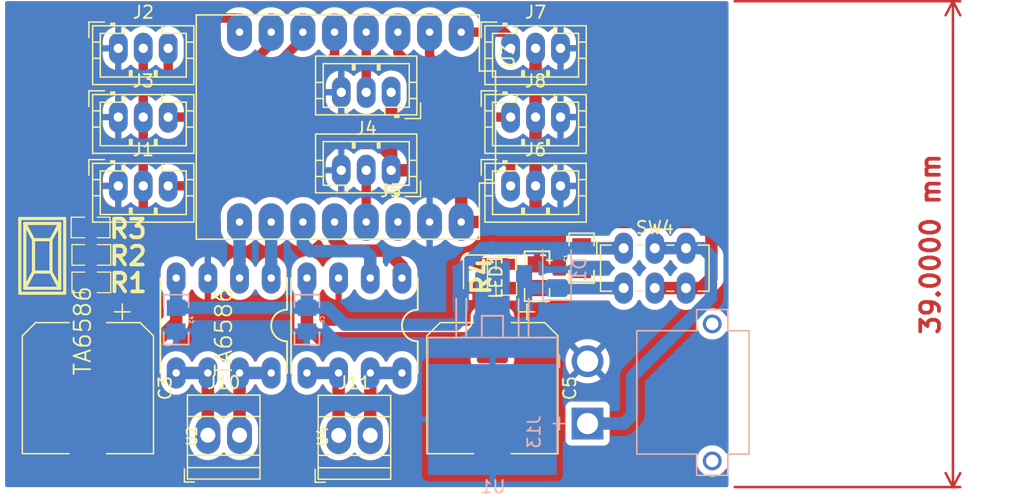
<source format=kicad_pcb>
(kicad_pcb (version 20240108) (generator "pcbnew") (generator_version "8.0")
  (layers (0 "F.Cu" signal) (31 "B.Cu" signal) (34 "B.Paste" user) (35 "F.Paste" user) (36 "B.SilkS" user "B.Silkscreen") (37 "F.SilkS" user "F.Silkscreen") (38 "B.Mask" user) (39 "F.Mask" user) (44 "Edge.Cuts" user))
  (net 0 "")
  (net 1 "VCC")
  (net 2 "GND")
  (net 3 "+5V")
  (net 4 "/JS40F-I")
  (net 5 "/JS40F-LI")
  (net 6 "/QRE-I")
  (net 7 "/JS40F-M")
  (net 8 "/QRE-M")
  (net 9 "/JS40F-D")
  (net 10 "/JS40F-LD")
  (net 11 "/QRE-D")
  (net 12 "/START")
  (net 13 "Net-(R2-Pad2)")
  (net 14 "/MI_A")
  (net 15 "/MI_B")
  (net 17 "/MD_A")
  (net 18 "/MD_B")
  (net 19 "Net-(U2-BO1)")
  (net 20 "Net-(U2-FO1)")
  (net 21 "Net-(U4-BO1)")
  (net 22 "Net-(U4-FO1)")
  (net 23 "/5V")
  (net 24 "Net-(J13-PadP)")
  (net 25 "Net-(LED1-A)")
  (footprint "EESTN5:R_0805" (layer "F.Cu") (at 127.18 49.0725 90)
    (property "Reference" "R4" (at 0 -2 90) (layer "F.SilkS") (effects (font (size 1.5 1.5) (thickness 0.3))))
    (property "Value" "R" (hide yes))
    (pad "1" smd rect (at -0.9525 0 90) (size 0.889 1.397) (layers "F.Cu" "F.Paste" "F.Mask") (net 23 "/5V"))
    (pad "2" smd rect (at 0.9525 0 90) (size 0.889 1.397) (layers "F.Cu" "F.Paste" "F.Mask") (net 25 "Net-(LED1-A)"))
  )
  (footprint "Capacitor_SMD:CP_Elec_10x10" (layer "F.Cu") (at 93.63 58.0575 -90)
    (property "Reference" "C3" (at 0 -6.2 90) (layer "F.SilkS"))
    (property "Value" "470uF")
    (pad "1" smd roundrect (at -4 0 270) (size 4 2.5) (layers "F.Cu" "F.Paste" "F.Mask") (roundrect_rratio 0.1) (net 1 "VCC"))
    (pad "2" smd roundrect (at 4 0 270) (size 4 2.5) (layers "F.Cu" "F.Paste" "F.Mask") (roundrect_rratio 0.1) (net 2 "GND"))
  )
  (footprint "Connector_JST:JST_PH_B3B-PH-K_1x03_P2.00mm_Vertical" (layer "F.Cu") (at 117.949998 34.31 180)
    (property "Reference" "J4" (at 2 -2.9 360) (layer "F.SilkS"))
    (property "Value" "JS40F-M")
    (pad "1" thru_hole oval (at 0 0 180) (size 1.5 2.5) (drill 0.75) (layers "*.Cu" "*.Mask") (net 3 "+5V"))
    (pad "2" thru_hole oval (at 2 0 180) (size 1.5 2.5) (drill 0.75) (layers "*.Cu" "*.Mask") (net 7 "/JS40F-M"))
    (pad "3" thru_hole oval (at 4 0 180) (size 1.5 2.5) (drill 0.75) (layers "*.Cu" "*.Mask") (net 2 "GND"))
  )
  (footprint "LED_SMD:LED_0805_2012Metric" (layer "F.Cu") (at 124.71 49.0575 -90)
    (property "Reference" "LED1" (at 0 -1.65 90) (layer "F.SilkS"))
    (property "Value" "LED")
    (pad "1" smd roundrect (at -0.9375 0 270) (size 0.975 1.4) (layers "F.Cu" "F.Paste" "F.Mask") (net 25 "Net-(LED1-A)"))
    (pad "2" smd roundrect (at 0.9375 0 270) (size 0.975 1.4) (layers "F.Cu" "F.Paste" "F.Mask") (net 2 "GND"))
  )
  (footprint "EESTN5:R_0805" (layer "F.Cu") (at 93.8775 47.365)
    (property "Reference" "R3" (at 2.9675 -2.0925 0) (layer "F.SilkS") (effects (font (size 1.5 1.5) (thickness 0.3))))
    (property "Value" "22k" (hide yes))
    (pad "1" smd rect (at -0.9525 0) (size 0.889 1.397) (layers "F.Cu" "F.Paste" "F.Mask") (net 13 "Net-(R2-Pad2)"))
    (pad "2" smd rect (at 0.9525 0) (size 0.889 1.397) (layers "F.Cu" "F.Paste" "F.Mask") (net 2 "GND"))
  )
  (footprint "Connector_JST:JST_PH_B3B-PH-K_1x03_P2.00mm_Vertical" (layer "F.Cu") (at 96.07 30.78)
    (property "Reference" "J2" (at 2 -2.9 360) (layer "F.SilkS"))
    (property "Value" "JS40F-LI")
    (pad "1" thru_hole oval (at 0 0) (size 1.5 2.5) (drill 0.75) (layers "*.Cu" "*.Mask") (net 2 "GND"))
    (pad "2" thru_hole oval (at 2 0) (size 1.5 2.5) (drill 0.75) (layers "*.Cu" "*.Mask") (net 3 "+5V"))
    (pad "3" thru_hole oval (at 4 0) (size 1.5 2.5) (drill 0.75) (layers "*.Cu" "*.Mask") (net 5 "/JS40F-LI"))
  )
  (footprint "EESTN5:TB 2.54mm" (layer "F.Cu") (at 103.249998 61.83375)
    (property "Reference" "J10" (at 1.27 -4.22 0) (layer "F.SilkS"))
    (property "Value" "MOTOR-I")
    (pad "1" thru_hole oval (at 0 0) (size 2 3) (drill 1.2) (layers "*.Cu" "*.Mask") (net 20 "Net-(U2-FO1)"))
    (pad "2" thru_hole oval (at 2.54 0) (size 2 3) (drill 1.2) (layers "*.Cu" "*.Mask") (net 19 "Net-(U2-BO1)"))
  )
  (footprint "Connector_JST:JST_PH_B3B-PH-K_1x03_P2.00mm_Vertical" (layer "F.Cu") (at 127.53 41.82)
    (property "Reference" "J6" (at 2 -2.9 0) (layer "F.SilkS"))
    (property "Value" "JS40F-D")
    (pad "1" thru_hole oval (at 0 0) (size 1.5 2.5) (drill 0.75) (layers "*.Cu" "*.Mask") (net 9 "/JS40F-D"))
    (pad "2" thru_hole oval (at 2 0) (size 1.5 2.5) (drill 0.75) (layers "*.Cu" "*.Mask") (net 3 "+5V"))
    (pad "3" thru_hole oval (at 4 0) (size 1.5 2.5) (drill 0.75) (layers "*.Cu" "*.Mask") (net 2 "GND"))
  )
  (footprint "Button_Switch_THT:SW_E-Switch_EG1271_SPDT" (layer "F.Cu") (at 136.5925 46.825)
    (property "Reference" "SW4" (at 2.5 -1.65 360) (layer "F.SilkS"))
    (property "Value" "SW_DIP_x03")
    (pad "1" thru_hole oval (at 0 0) (size 1.5 2.5) (drill 0.8) (layers "*.Cu" "*.Mask") (net 1 "VCC"))
    (pad "2" thru_hole oval (at 2.5 0) (size 1.5 2.5) (drill 0.8) (layers "*.Cu" "*.Mask") (net 24 "Net-(J13-PadP)"))
    (pad "3" thru_hole oval (at 5 0) (size 1.5 2.5) (drill 0.8) (layers "*.Cu" "*.Mask") (net 24 "Net-(J13-PadP)"))
    (pad "4" thru_hole oval (at 0 3.2) (size 1.5 2.5) (drill 0.8) (layers "*.Cu" "*.Mask") (net 23 "/5V"))
    (pad "5" thru_hole oval (at 2.5 3.2) (size 1.5 2.5) (drill 0.8) (layers "*.Cu" "*.Mask") (net 3 "+5V"))
    (pad "6" thru_hole oval (at 5 3.2) (size 1.5 2.5) (drill 0.8) (layers "*.Cu" "*.Mask") (net 3 "+5V"))
  )
  (footprint "EESTN5:MODULE_ESP32-C3_SUPERMINI" (layer "F.Cu") (at 113.669998 37.1 -90)
    (property "Reference" "U3" (at -5.715 -13.6525 90) (layer "F.SilkS"))
    (property "Value" "ESP32-C3_SUPERMINI_TH")
    (pad "0" thru_hole oval (at 7.62 7.88 270) (size 3 2) (drill 0.6) (layers "*.Cu" "*.Mask") (net 15 "/MI_B"))
    (pad "1" thru_hole oval (at 7.62 5.34 270) (size 3 2) (drill 0.6) (layers "*.Cu" "*.Mask") (net 14 "/MI_A"))
    (pad "2" thru_hole oval (at 7.62 2.8 270) (size 3 2) (drill 0.6) (layers "*.Cu" "*.Mask") (net 18 "/MD_B"))
    (pad "3" thru_hole oval (at 7.62 0.26 270) (size 3 2) (drill 0.6) (layers "*.Cu" "*.Mask") (net 17 "/MD_A"))
    (pad "3.3" thru_hole oval (at 7.62 -4.82 270) (size 3 2) (drill 0.6) (layers "*.Cu" "*.Mask"))
    (pad "4" thru_hole oval (at 7.62 -2.28 270) (size 3 2) (drill 0.6) (layers "*.Cu" "*.Mask") (net 8 "/QRE-M"))
    (pad "5" thru_hole oval (at -7.62 -9.9 270) (size 3 2) (drill 0.6) (layers "*.Cu" "*.Mask") (net 10 "/JS40F-LD"))
    (pad "5V" thru_hole oval (at 7.62 -9.9 270) (size 3 2) (drill 0.6) (layers "*.Cu" "*.Mask") (net 3 "+5V"))
    (pad "6" thru_hole oval (at -7.62 -7.36 270) (size 3 2) (drill 0.6) (layers "*.Cu" "*.Mask") (net 11 "/QRE-D"))
    (pad "7" thru_hole oval (at -7.62 -4.82 270) (size 3 2) (drill 0.6) (layers "*.Cu" "*.Mask") (net 9 "/JS40F-D"))
    (pad "8" thru_hole oval (at -7.62 -2.28 270) (size 3 2) (drill 0.6) (layers "*.Cu" "*.Mask") (net 7 "/JS40F-M"))
    (pad "9" thru_hole oval (at -7.62 0.26 270) (size 3 2) (drill 0.6) (layers "*.Cu" "*.Mask") (net 4 "/JS40F-I"))
    (pad "10" thru_hole oval (at -7.62 2.8 270) (size 3 2) (drill 0.6) (layers "*.Cu" "*.Mask") (net 6 "/QRE-I"))
    (pad "20" thru_hole oval (at -7.62 5.34 270) (size 3 2) (drill 0.6) (layers "*.Cu" "*.Mask") (net 5 "/JS40F-LI"))
    (pad "21" thru_hole oval (at -7.62 7.88 270) (size 3 2) (drill 0.6) (layers "*.Cu" "*.Mask") (net 12 "/START"))
    (pad "G" thru_hole oval (at 7.62 -7.36 270) (size 3 2) (drill 0.6) (layers "*.Cu" "*.Mask") (net 2 "GND"))
  )
  (footprint "Connector_JST:JST_PH_B3B-PH-K_1x03_P2.00mm_Vertical" (layer "F.Cu") (at 117.949998 40.57 180)
    (property "Reference" "J5" (at 0.025 -1.65 0) (layer "F.SilkS"))
    (property "Value" "QRE-M")
    (pad "1" thru_hole oval (at 0 0 180) (size 1.5 2.5) (drill 0.75) (layers "*.Cu" "*.Mask") (net 3 "+5V"))
    (pad "2" thru_hole oval (at 2 0 180) (size 1.5 2.5) (drill 0.75) (layers "*.Cu" "*.Mask") (net 8 "/QRE-M"))
    (pad "3" thru_hole oval (at 4 0 180) (size 1.5 2.5) (drill 0.75) (layers "*.Cu" "*.Mask") (net 2 "GND"))
  )
  (footprint "EESTN5:Pulsador_SMD_2_BAJO" (layer "F.Cu") (at 89.96925 47.44 -90)
    (property "Reference" "SW2" (hide yes))
    (property "Value" "SW_Push" (hide yes))
    (pad "1" smd rect (at -3.59918 0 270) (size 1.00076 1.00076) (layers "F.Cu" "F.Paste" "F.Mask") (net 13 "Net-(R2-Pad2)"))
    (pad "2" smd rect (at 3.59918 0 270) (size 1.00076 1.00076) (layers "F.Cu" "F.Paste" "F.Mask") (net 12 "/START"))
  )
  (footprint "EESTN5:R_0805" (layer "F.Cu") (at 93.8775 45.16 180)
    (property "Reference" "R2" (at -2.9775 -2.2925 360) (layer "F.SilkS") (effects (font (size 1.5 1.5) (thickness 0.3))))
    (property "Value" "10K" (hide yes))
    (pad "1" smd rect (at -0.9525 0 180) (size 0.889 1.397) (layers "F.Cu" "F.Paste" "F.Mask") (net 3 "+5V"))
    (pad "2" smd rect (at 0.9525 0 180) (size 0.889 1.397) (layers "F.Cu" "F.Paste" "F.Mask") (net 13 "Net-(R2-Pad2)"))
  )
  (footprint "EESTN5:R_0805" (layer "F.Cu") (at 93.8775 49.57)
    (property "Reference" "R1" (at 2.9875 0.0425 360) (layer "F.SilkS") (effects (font (size 1.5 1.5) (thickness 0.3))))
    (property "Value" "1K" (hide yes))
    (pad "1" smd rect (at -0.9525 0) (size 0.889 1.397) (layers "F.Cu" "F.Paste" "F.Mask") (net 12 "/START"))
    (pad "2" smd rect (at 0.9525 0) (size 0.889 1.397) (layers "F.Cu" "F.Paste" "F.Mask") (net 2 "GND"))
  )
  (footprint "EESTN5:TA6586-FOOTPRINT" (layer "F.Cu") (at 112.465 61.92 -90)
    (property "Reference" "U4" (at 0 0 90) (layer "F.SilkS") (effects (font (size 0.787402 0.787402))))
    (property "Value" "TA6586")
    (fp_text user "TA6586 " (at -8.968 19.26 90) (layer "F.SilkS") (effects (font (size 1.32 1.32))))
    (pad "1" thru_hole oval (at -12.7 -6.35 270) (size 2.5 1.5) (drill 0.6) (layers "*.Cu" "*.Mask") (net 17 "/MD_A"))
    (pad "2" thru_hole oval (at -12.7 -3.81 270) (size 2.5 1.5) (drill 0.6) (layers "*.Cu" "*.Mask") (net 18 "/MD_B"))
    (pad "3" thru_hole oval (at -12.7 -1.27 270) (size 2.5 1.5) (drill 0.6) (layers "*.Cu" "*.Mask") (net 2 "GND"))
    (pad "4" thru_hole oval (at -12.7 1.27 270) (size 2.5 1.5) (drill 0.6) (layers "*.Cu" "*.Mask") (net 1 "VCC"))
    (pad "5" thru_hole oval (at -5.08 1.27 270) (size 2.5 1.5) (drill 0.6) (layers "*.Cu" "*.Mask") (net 22 "Net-(U4-FO1)"))
    (pad "6" thru_hole oval (at -5.08 -1.27 270) (size 2.5 1.5) (drill 0.6) (layers "*.Cu" "*.Mask") (net 22 "Net-(U4-FO1)"))
    (pad "7" thru_hole oval (at -5.08 -3.81 270) (size 2.5 1.5) (drill 0.6) (layers "*.Cu" "*.Mask") (net 21 "Net-(U4-BO1)"))
    (pad "8" thru_hole oval (at -5.08 -6.35 270) (size 2.5 1.5) (drill 0.6) (layers "*.Cu" "*.Mask") (net 21 "Net-(U4-BO1)"))
  )
  (footprint "Connector_JST:JST_PH_B3B-PH-K_1x03_P2.00mm_Vertical" (layer "F.Cu") (at 96.07 36.3)
    (property "Reference" "J3" (at 2 -2.9 360) (layer "F.SilkS"))
    (property "Value" "QRE-I")
    (pad "1" thru_hole oval (at 0 0) (size 1.5 2.5) (drill 0.75) (layers "*.Cu" "*.Mask") (net 2 "GND"))
    (pad "2" thru_hole oval (at 2 0) (size 1.5 2.5) (drill 0.75) (layers "*.Cu" "*.Mask") (net 3 "+5V"))
    (pad "3" thru_hole oval (at 4 0) (size 1.5 2.5) (drill 0.75) (layers "*.Cu" "*.Mask") (net 6 "/QRE-I"))
  )
  (footprint "Connector_JST:JST_PH_B3B-PH-K_1x03_P2.00mm_Vertical" (layer "F.Cu") (at 96.07 41.82)
    (property "Reference" "J1" (at 2 -2.9 360) (layer "F.SilkS"))
    (property "Value" "JS40F-I")
    (pad "1" thru_hole oval (at 0 0) (size 1.5 2.5) (drill 0.75) (layers "*.Cu" "*.Mask") (net 2 "GND"))
    (pad "2" thru_hole oval (at 2 0) (size 1.5 2.5) (drill 0.75) (layers "*.Cu" "*.Mask") (net 3 "+5V"))
    (pad "3" thru_hole oval (at 4 0) (size 1.5 2.5) (drill 0.75) (layers "*.Cu" "*.Mask") (net 4 "/JS40F-I"))
  )
  (footprint "EESTN5:C_0805" (layer "F.Cu") (at 133.22 47.62 90)
    (property "Reference" "C1" (at 0 -1.25 90) (layer "F.SilkS") (effects (font (size 0.29972 0.29972) (thickness 0.06096))))
    (property "Value" "330nF" (hide yes))
    (pad "1" smd rect (at 0.9525 0 90) (size 1.30048 1.4986) (layers "F.Cu" "F.Paste" "F.Mask") (net 1 "VCC"))
    (pad "2" smd rect (at -0.9525 0 90) (size 1.30048 1.4986) (layers "F.Cu" "F.Paste" "F.Mask") (net 2 "GND"))
  )
  (footprint "Connector_JST:JST_PH_B3B-PH-K_1x03_P2.00mm_Vertical" (layer "F.Cu") (at 127.53 30.78)
    (property "Reference" "J7" (at 2 -2.9 0) (layer "F.SilkS"))
    (property "Value" "JS40F-LD")
    (pad "1" thru_hole oval (at 0 0) (size 1.5 2.5) (drill 0.75) (layers "*.Cu" "*.Mask") (net 10 "/JS40F-LD"))
    (pad "2" thru_hole oval (at 2 0) (size 1.5 2.5) (drill 0.75) (layers "*.Cu" "*.Mask") (net 3 "+5V"))
    (pad "3" thru_hole oval (at 4 0) (size 1.5 2.5) (drill 0.75) (layers "*.Cu" "*.Mask") (net 2 "GND"))
  )
  (footprint "Connector_JST:JST_PH_B3B-PH-K_1x03_P2.00mm_Vertical" (layer "F.Cu") (at 127.53 36.3)
    (property "Reference" "J8" (at 2 -2.9 0) (layer "F.SilkS"))
    (property "Value" "QRE-D")
    (pad "1" thru_hole oval (at 0 0) (size 1.5 2.5) (drill 0.75) (layers "*.Cu" "*.Mask") (net 11 "/QRE-D"))
    (pad "2" thru_hole oval (at 2 0) (size 1.5 2.5) (drill 0.75) (layers "*.Cu" "*.Mask") (net 3 "+5V"))
    (pad "3" thru_hole oval (at 4 0) (size 1.5 2.5) (drill 0.75) (layers "*.Cu" "*.Mask") (net 2 "GND"))
  )
  (footprint "EESTN5:TB 2.54mm" (layer "F.Cu") (at 113.735 61.85)
    (property "Reference" "J11" (at 1.27 -4.22 0) (layer "F.SilkS"))
    (property "Value" "MOTOR-D")
    (pad "1" thru_hole oval (at 0 0) (size 2 3) (drill 1.2) (layers "*.Cu" "*.Mask") (net 22 "Net-(U4-FO1)"))
    (pad "2" thru_hole oval (at 2.54 0) (size 2 3) (drill 1.2) (layers "*.Cu" "*.Mask") (net 21 "Net-(U4-BO1)"))
  )
  (footprint "EESTN5:C_0805" (layer "F.Cu") (at 129.65 49.0725 -90)
    (property "Reference" "C2" (hide yes))
    (property "Value" "100nF" (hide yes))
    (pad "1" smd rect (at 0.9525 0 270) (size 1.30048 1.4986) (layers "F.Cu" "F.Paste" "F.Mask") (net 23 "/5V"))
    (pad "2" smd rect (at -0.9525 0 270) (size 1.30048 1.4986) (layers "F.Cu" "F.Paste" "F.Mask") (net 2 "GND"))
  )
  (footprint "Capacitor_SMD:CP_Elec_10x10" (layer "F.Cu") (at 126.07 58.0575 -90)
    (property "Reference" "C5" (at 0 -6.2 90) (layer "F.SilkS"))
    (property "Value" "470uF")
    (pad "1" smd roundrect (at -4 0 270) (size 4 2.5) (layers "F.Cu" "F.Paste" "F.Mask") (roundrect_rratio 0.1) (net 1 "VCC"))
    (pad "2" smd roundrect (at 4 0 270) (size 4 2.5) (layers "F.Cu" "F.Paste" "F.Mask") (roundrect_rratio 0.1) (net 2 "GND"))
  )
  (footprint "EESTN5:TA6586-FOOTPRINT" (layer "F.Cu") (at 101.979998 61.92 -90)
    (property "Reference" "U2" (at 0 0 90) (layer "F.SilkS") (effects (font (size 0.787402 0.787402))))
    (property "Value" "TA6586")
    (fp_text user "TA6586 " (at -8.89 -2.54 90) (layer "F.SilkS") (effects (font (size 1.32 1.32))))
    (pad "1" thru_hole oval (at -12.7 -6.35 270) (size 2.5 1.5) (drill 0.6) (layers "*.Cu" "*.Mask") (net 14 "/MI_A"))
    (pad "2" thru_hole oval (at -12.7 -3.81 270) (size 2.5 1.5) (drill 0.6) (layers "*.Cu" "*.Mask") (net 15 "/MI_B"))
    (pad "3" thru_hole oval (at -12.7 -1.27 270) (size 2.5 1.5) (drill 0.6) (layers "*.Cu" "*.Mask") (net 2 "GND"))
    (pad "4" thru_hole oval (at -12.7 1.27 270) (size 2.5 1.5) (drill 0.6) (layers "*.Cu" "*.Mask") (net 1 "VCC"))
    (pad "5" thru_hole oval (at -5.08 1.27 270) (size 2.5 1.5) (drill 0.6) (layers "*.Cu" "*.Mask") (net 20 "Net-(U2-FO1)"))
    (pad "6" thru_hole oval (at -5.08 -1.27 270) (size 2.5 1.5) (drill 0.6) (layers "*.Cu" "*.Mask") (net 20 "Net-(U2-FO1)"))
    (pad "7" thru_hole oval (at -5.08 -3.81 270) (size 2.5 1.5) (drill 0.6) (layers "*.Cu" "*.Mask") (net 19 "Net-(U2-BO1)"))
    (pad "8" thru_hole oval (at -5.08 -6.35 270) (size 2.5 1.5) (drill 0.6) (layers "*.Cu" "*.Mask") (net 19 "Net-(U2-BO1)"))
  )
  (footprint "EESTN5:D2PAK" (layer "B.Cu") (at 126.07 58.675)
    (property "Reference" "U1" (at 0.0475 7.3 0) (layer "B.SilkS") (effects (justify mirror)))
    (property "Value" "L7805" (hide yes))
    (pad "1" smd rect (at -2.54 -8.65) (size 1.3 3.7) (layers "B.Cu" "B.Paste" "B.Mask") (net 1 "VCC"))
    (pad "2" smd rect (at 0 1.9) (size 10.3 8.9) (layers "B.Cu" "B.Paste" "B.Mask") (net 2 "GND"))
    (pad "3" smd rect (at 2.54 -8.65) (size 1.3 3.7) (layers "B.Cu" "B.Paste" "B.Mask") (net 23 "/5V"))
  )
  (footprint "EESTN5:C_0805" (layer "B.Cu") (at 100.709998 52.56 90)
    (property "Reference" "C4" (at 0 1.25 90) (layer "F.SilkS") (effects (font (size 0.29972 0.29972) (thickness 0.06096))))
    (property "Value" "100nF" (hide yes))
    (pad "1" smd rect (at 0.9525 0 90) (size 1.30048 1.4986) (layers "B.Cu" "B.Paste" "B.Mask") (net 1 "VCC"))
    (pad "2" smd rect (at -0.9525 0 90) (size 1.30048 1.4986) (layers "B.Cu" "B.Paste" "B.Mask") (net 2 "GND"))
  )
  (footprint "EESTN5:C_0805" (layer "B.Cu") (at 111.195 52.56 90)
    (property "Reference" "C6" (at 0 1.25 90) (layer "B.SilkS") (effects (font (size 0.29972 0.29972) (thickness 0.06096)) (justify mirror)))
    (property "Value" "100nF" (hide yes))
    (pad "1" smd rect (at 0.9525 0 90) (size 1.30048 1.4986) (layers "B.Cu" "B.Paste" "B.Mask") (net 1 "VCC"))
    (pad "2" smd rect (at -0.9525 0 90) (size 1.30048 1.4986) (layers "B.Cu" "B.Paste" "B.Mask") (net 2 "GND"))
  )
  (footprint "Diode_SMD:D_1206_3216Metric_Pad1.42x1.75mm_HandSolder" (layer "B.Cu") (at 131.24 48.5375 90)
    (property "Reference" "D1" (at 0 1.82 90) (layer "B.SilkS") (effects (justify mirror)))
    (property "Value" "DIODE")
    (pad "1" smd roundrect (at -1.4875 0 90) (size 1.425 1.75) (layers "B.Cu" "B.Paste" "B.Mask") (roundrect_rratio 0.175439) (net 23 "/5V"))
    (pad "2" smd roundrect (at 1.4875 0 90) (size 1.425 1.75) (layers "B.Cu" "B.Paste" "B.Mask") (roundrect_rratio 0.175439) (net 1 "VCC"))
  )
  (footprint "EESTN5:AMASS_XT30PW-M" (layer "B.Cu") (at 143.7 58.4 90)
    (property "Reference" "J13" (at -3.175 -14.2875 90) (layer "B.SilkS") (effects (justify mirror)))
    (property "Value" "XT30PW-M")
    (pad "N" thru_hole circle (at 2.5 -10 90) (size 2.55 2.55) (drill 1.7) (layers "*.Cu" "*.Mask") (net 2 "GND"))
    (pad "P" thru_hole rect (at -2.5 -10 90) (size 2.55 2.55) (drill 1.7) (layers "*.Cu" "*.Mask") (net 24 "Net-(J13-PadP)"))
    (pad "S1" thru_hole circle (at 5.5 0 90) (size 1.508 1.508) (drill 1) (layers "*.Cu" "*.Mask"))
    (pad "S2" thru_hole circle (at -5.5 0 90) (size 1.508 1.508) (drill 1) (layers "*.Cu" "*.Mask"))
  )
  (dimension (type aligned) (layer "F.Cu") (pts (xy 145 66) (xy 145 27)) (height 18) (gr_text "39,0000 mm" (at 161.2 46.5 90) (layer "F.Cu") (effects (font (size 1.5 1.5) (thickness 0.3)))) (format (prefix "") (suffix "") (units 3) (units_format 1) (precision 4)) (style (thickness 0.2) (arrow_length 1.27) (text_position_mode 0) (extension_height 0.58642) (extension_offset 0.5) keep_text_aligned))
  (segment (start 111.195 49.22) (end 111.195 53.035) (width 1) (layer "F.Cu") (net 1))
  (segment (start 133.3775 46.825) (end 133.22 46.6675) (width 1) (layer "F.Cu") (net 1))
  (segment (start 111.195 53.035) (end 112.2175 54.0575) (width 1) (layer "F.Cu") (net 1))
  (segment (start 99.4025 54.0575) (end 93.63 54.0575) (width 1) (layer "F.Cu") (net 1))
  (segment (start 100.709998 52.750002) (end 99.4025 54.0575) (width 1) (layer "F.Cu") (net 1))
  (segment (start 112.2175 54.0575) (end 126.07 54.0575) (width 1) (layer "F.Cu") (net 1))
  (segment (start 100.709998 49.22) (end 100.709998 52.750002) (width 1) (layer "F.Cu") (net 1))
  (segment (start 136.5925 46.825) (end 133.3775 46.825) (width 1) (layer "F.Cu") (net 1))
  (segment (start 126 46.755) (end 126.07 46.825) (width 1) (layer "B.Cu") (net 1))
  (segment (start 111.195 51.6075) (end 112.8775 51.6075) (width 1) (layer "B.Cu") (net 1))
  (segment (start 111.195 49.22) (end 111.195 51.6075) (width 1) (layer "B.Cu") (net 1))
  (segment (start 123.53 48.57) (end 125.275 46.825) (width 1) (layer "B.Cu") (net 1))
  (segment (start 114.23 52.96) (end 123.12 52.96) (width 1) (layer "B.Cu") (net 1))
  (segment (start 125.275 46.825) (end 126.07 46.825) (width 1) (layer "B.Cu") (net 1))
  (segment (start 100.709998 49.22) (end 100.709998 51.6075) (width 1) (layer "B.Cu") (net 1))
  (segment (start 123.53 52.55) (end 123.53 50.025) (width 1) (layer "B.Cu") (net 1))
  (segment (start 112.8775 51.6075) (end 114.23 52.96) (width 1) (layer "B.Cu") (net 1))
  (segment (start 126.07 46.825) (end 136.5925 46.825) (width 1) (layer "B.Cu") (net 1))
  (segment (start 123.53 50.025) (end 123.53 48.57) (width 1) (layer "B.Cu") (net 1))
  (segment (start 111.195 51.6075) (end 100.709998 51.6075) (width 1) (layer "B.Cu") (net 1))
  (segment (start 123.12 52.96) (end 123.53 52.55) (width 1) (layer "B.Cu") (net 1))
  (segment (start 112 39.81) (end 113.31 38.5) (width 0.75) (layer "F.Cu") (net 3))
  (segment (start 139.0925 50.025) (end 141.5925 50.025) (width 1) (layer "F.Cu") (net 3))
  (segment (start 98.07 41.82) (end 98.07 43.82) (width 0.75) (layer "F.Cu") (net 3))
  (segment (start 128.94 44.72) (end 123.569998 44.72) (width 1) (layer "F.Cu") (net 3))
  (segment (start 142.805 50.025) (end 143.63 49.2) (width 1) (layer "F.Cu") (net 3))
  (segment (start 97.09 45.16) (end 94.83 45.16) (width 0.75) (layer "F.Cu") (net 3))
  (segment (start 98.07 44.18) (end 97.09 45.16) (width 0.75) (layer "F.Cu") (net 3))
  (segment (start 143.63 49.2) (end 143.63 45.66) (width 1) (layer "F.Cu") (net 3))
  (segment (start 116.87 38.5) (end 117.949998 39.579998) (width 0.75) (layer "F.Cu") (net 3))
  (segment (start 113.31 38.5) (end 116.87 38.5) (width 0.75) (layer "F.Cu") (net 3))
  (segment (start 112 41.32) (end 112 39.81) (width 0.75) (layer "F.Cu") (net 3))
  (segment (start 142.69 44.72) (end 127.76 44.72) (width 1) (layer "F.Cu") (net 3))
  (segment (start 123.569998 44.72) (end 123.569998 41.179998) (width 1) (layer "F.Cu") (net 3))
  (segment (start 141.5925 50.025) (end 142.805 50.025) (width 1) (layer "F.Cu") (net 3))
  (segment (start 98.07 43.82) (end 98.95 44.7) (width 0.75) (layer "F.Cu") (net 3))
  (segment (start 129.53 44.13) (end 128.94 44.72) (width 1) (layer "F.Cu") (net 3))
  (segment (start 122.96 40.57) (end 117.949998 40.57) (width 1) (layer "F.Cu") (net 3))
  (segment (start 129.53 30.78) (end 129.53 41.82) (width 1) (layer "F.Cu") (net 3))
  (segment (start 98.07 30.78) (end 98.07 41.82) (width 0.75) (layer "F.Cu") (net 3))
  (segment (start 117.949998 39.579998) (end 117.949998 40.57) (width 0.75) (layer "F.Cu") (net 3))
  (segment (start 105.17 42.22) (end 111.1 42.22) (width 0.75) (layer "F.Cu") (net 3))
  (segment (start 117.949998 40.57) (end 117.949998 34.31) (width 1) (layer "F.Cu") (net 3))
  (segment (start 143.63 45.66) (end 142.69 44.72) (width 1) (layer "F.Cu") (net 3))
  (segment (start 129.53 41.82) (end 129.53 44.13) (width 1) (layer "F.Cu") (net 3))
  (segment (start 111.1 42.22) (end 112 41.32) (width 0.75) (layer "F.Cu") (net 3))
  (segment (start 98.95 44.7) (end 102.69 44.7) (width 0.75) (layer "F.Cu") (net 3))
  (segment (start 123.569998 41.179998) (end 122.96 40.57) (width 1) (layer "F.Cu") (net 3))
  (segment (start 98.07 41.82) (end 98.07 44.18) (width 0.75) (layer "F.Cu") (net 3))
  (segment (start 102.69 44.7) (end 105.17 42.22) (width 0.75) (layer "F.Cu") (net 3))
  (segment (start 102.97 41.82) (end 100.07 41.82) (width 0.75) (layer "F.Cu") (net 4))
  (segment (start 113.409998 29.48) (end 113.409998 31.380002) (width 0.75) (layer "F.Cu") (net 4))
  (segment (start 113.409998 31.380002) (end 102.97 41.82) (width 0.75) (layer "F.Cu") (net 4))
  (segment (start 108.329998 29.48) (end 108.329998 30.410002) (width 0.75) (layer "F.Cu") (net 5))
  (segment (start 105.28 33.46) (end 100.62 33.46) (width 0.75) (layer "F.Cu") (net 5))
  (segment (start 100.07 32.91) (end 100.07 30.78) (width 0.75) (layer "F.Cu") (net 5))
  (segment (start 100.62 33.46) (end 100.07 32.91) (width 0.75) (layer "F.Cu") (net 5))
  (segment (start 108.329998 30.410002) (end 105.28 33.46) (width 0.75) (layer "F.Cu") (net 5))
  (segment (start 100.07 36.3) (end 104.549998 36.3) (width 0.75) (layer "F.Cu") (net 6))
  (segment (start 110.869998 29.98) (end 110.869998 29.48) (width 0.75) (layer "F.Cu") (net 6))
  (segment (start 104.549998 36.3) (end 110.869998 29.98) (width 0.75) (layer "F.Cu") (net 6))
  (segment (start 115.949998 29.48) (end 115.949998 34.31) (width 0.75) (layer "F.Cu") (net 7))
  (segment (start 115.949998 44.72) (end 115.949998 40.57) (width 0.75) (layer "F.Cu") (net 8))
  (segment (start 127.53 40.16) (end 118.489998 31.119998) (width 0.75) (layer "F.Cu") (net 9))
  (segment (start 118.489998 31.119998) (end 118.489998 29.48) (width 0.75) (layer "F.Cu") (net 9))
  (segment (start 127.53 41.82) (end 127.53 40.16) (width 0.75) (layer "F.Cu") (net 9))
  (segment (start 123.569998 29.48) (end 127.04 29.48) (width 0.75) (layer "F.Cu") (net 10))
  (segment (start 127.53 29.97) (end 127.53 30.78) (width 0.75) (layer "F.Cu") (net 10))
  (segment (start 127.04 29.48) (end 127.53 29.97) (width 0.75) (layer "F.Cu") (net 10))
  (segment (start 121.029998 31.469998) (end 121.029998 29.48) (width 0.75) (layer "F.Cu") (net 11))
  (segment (start 127.53 36.3) (end 125.86 36.3) (width 0.75) (layer "F.Cu") (net 11))
  (segment (start 125.86 36.3) (end 121.029998 31.469998) (width 0.75) (layer "F.Cu") (net 11))
  (segment (start 92.25007 51.03918) (end 89.96925 51.03918) (width 0.75) (layer "F.Cu") (net 12))
  (segment (start 92.925 49.57) (end 92.925 50.36425) (width 0.75) (layer "F.Cu") (net 12))
  (segment (start 94.05 37.42) (end 88.37 43.1) (width 0.75) (layer "F.Cu") (net 12))
  (segment (start 105.789998 29.48) (end 105.789998 28.609998) (width 0.75) (layer "F.Cu") (net 12))
  (segment (start 88.37 50.19) (end 89.21918 51.03918) (width 0.75) (layer "F.Cu") (net 12))
  (segment (start 92.925 50.36425) (end 92.25007 51.03918) (width 0.75) (layer "F.Cu") (net 12))
  (segment (start 89.21918 51.03918) (end 89.96925 51.03918) (width 0.75) (layer "F.Cu") (net 12))
  (segment (start 105.53 28.35) (end 95.43 28.35) (width 0.75) (layer "F.Cu") (net 12))
  (segment (start 95.43 28.35) (end 94.05 29.73) (width 0.75) (layer "F.Cu") (net 12))
  (segment (start 94.05 29.73) (end 94.05 37.42) (width 0.75) (layer "F.Cu") (net 12))
  (segment (start 88.37 43.1) (end 88.37 50.19) (width 0.75) (layer "F.Cu") (net 12))
  (segment (start 105.789998 28.609998) (end 105.53 28.35) (width 0.75) (layer "F.Cu") (net 12))
  (segment (start 92.925 44.37575) (end 92.925 45.16) (width 0.75) (layer "F.Cu") (net 13))
  (segment (start 89.96925 43.84082) (end 92.39007 43.84082) (width 0.75) (layer "F.Cu") (net 13))
  (segment (start 92.925 47.365) (end 92.925 45.16) (width 0.75) (layer "F.Cu") (net 13))
  (segment (start 92.39007 43.84082) (end 92.925 44.37575) (width 0.75) (layer "F.Cu") (net 13))
  (segment (start 108.329998 49.22) (end 108.329998 44.72) (width 1) (layer "B.Cu") (net 14))
  (segment (start 105.789998 49.22) (end 105.789998 44.72) (width 1) (layer "B.Cu") (net 15))
  (segment (start 113.409998 46.129998) (end 113.409998 44.72) (width 1) (layer "F.Cu") (net 17))
  (segment (start 117.56 47.02) (end 114.3 47.02) (width 1) (layer "F.Cu") (net 17))
  (segment (start 118.815 48.275) (end 117.56 47.02) (width 1) (layer "F.Cu") (net 17))
  (segment (start 114.3 47.02) (end 113.409998 46.129998) (width 1) (layer "F.Cu") (net 17))
  (segment (start 118.815 49.22) (end 118.815 48.275) (width 1) (layer "F.Cu") (net 17))
  (segment (start 116.275 47.475) (end 115.86 47.06) (width 1) (layer "B.Cu") (net 18))
  (segment (start 116.275 49.22) (end 116.275 47.475) (width 1) (layer "B.Cu") (net 18))
  (segment (start 115.86 47.06) (end 111.45 47.06) (width 1) (layer "B.Cu") (net 18))
  (segment (start 110.869998 46.479998) (end 110.869998 44.72) (width 1) (layer "B.Cu") (net 18))
  (segment (start 111.45 47.06) (end 110.869998 46.479998) (width 1) (layer "B.Cu") (net 18))
  (segment (start 105.789998 56.84) (end 105.789998 61.83375) (width 1) (layer "F.Cu") (net 19))
  (segment (start 105.789998 56.84) (end 108.329998 56.84) (width 1) (layer "B.Cu") (net 19))
  (segment (start 103.249998 56.84) (end 103.249998 61.83375) (width 1) (layer "F.Cu") (net 20))
  (segment (start 100.709998 56.84) (end 103.249998 56.84) (width 1) (layer "B.Cu") (net 20))
  (segment (start 116.275 56.84) (end 116.275 61.85) (width 1) (layer "F.Cu") (net 21))
  (segment (start 116.275 56.84) (end 118.815 56.84) (width 1) (layer "B.Cu") (net 21))
  (segment (start 113.735 56.84) (end 113.735 61.85) (width 1) (layer "F.Cu") (net 22))
  (segment (start 111.195 56.84) (end 113.735 56.84) (width 1) (layer "B.Cu") (net 22))
  (segment (start 129.65 50.025) (end 127.18 50.025) (width 1) (layer "F.Cu") (net 23))
  (segment (start 136.5925 50.025) (end 129.65 50.025) (width 1) (layer "F.Cu") (net 23))
  (segment (start 128.61 50.025) (end 136.5925 50.025) (width 1) (layer "B.Cu") (net 23))
  (segment (start 141.5925 46.825) (end 142.945 46.825) (width 1) (layer "B.Cu") (net 24))
  (segment (start 142.945 46.825) (end 143.59 47.47) (width 1) (layer "B.Cu") (net 24))
  (segment (start 137.29 57.112312) (end 137.29 60.21) (width 1) (layer "B.Cu") (net 24))
  (segment (start 137.29 60.21) (end 136.6 60.9) (width 1) (layer "B.Cu") (net 24))
  (segment (start 139.0925 46.825) (end 141.5925 46.825) (width 1) (layer "B.Cu") (net 24))
  (segment (start 143.59 47.47) (end 143.59 50.812312) (width 1) (layer "B.Cu") (net 24))
  (segment (start 143.59 50.812312) (end 137.29 57.112312) (width 1) (layer "B.Cu") (net 24))
  (segment (start 136.6 60.9) (end 133.7 60.9) (width 1) (layer "B.Cu") (net 24))
  (segment (start 127.18 48.12) (end 124.71 48.12) (width 1) (layer "F.Cu") (net 25))
  (zone (net 2) (net_name "GND") (layers "F&B.Cu") (connect_pads (clearance 0.5)) (min_thickness 0.25) (fill yes (thermal_gap 0.5) (thermal_bridge_width 0.5) (island_removal_mode 1) (island_area_min 10))
    (polygon (pts (xy 145 27) (xy 145 66) (xy 87 66) (xy 87 27)))
  )
)
</source>
